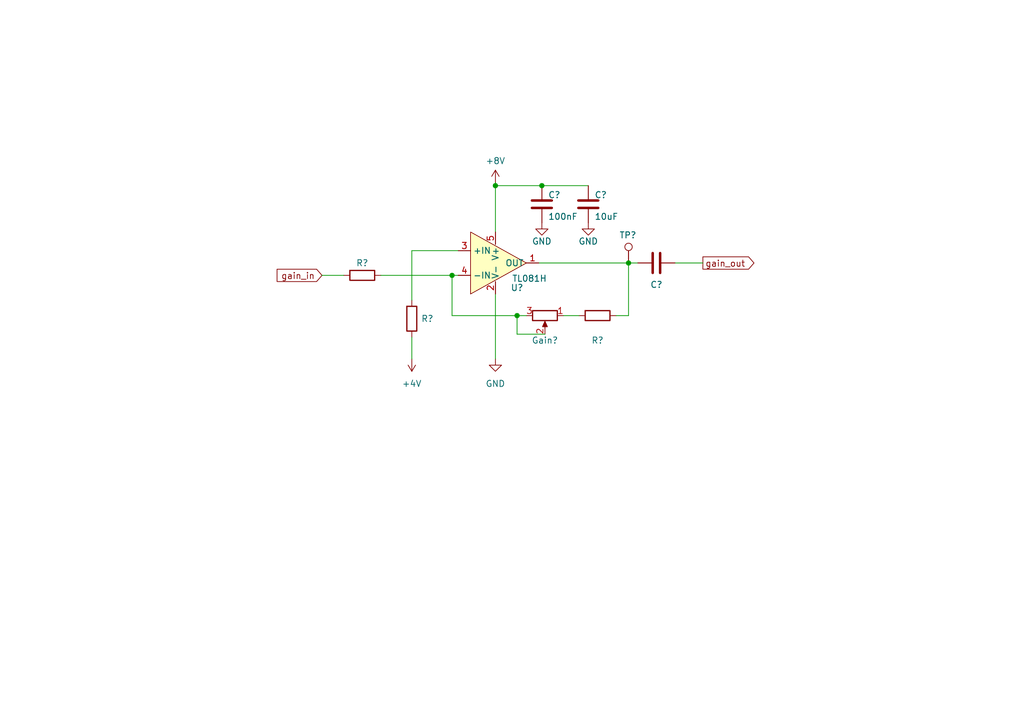
<source format=kicad_sch>
(kicad_sch (version 20211123) (generator eeschema)
  (paper "A5")
  (title_block (title "Gain Stage") (rev "2"))
  (lib_symbols
    (symbol "Amplifier_Operational:TL081H"
      (property "Reference" "U" (at 3.81 -4.445 0))
      (property "Value" "TL081H" (at 0 12.065 0))
      (symbol "TL081H_0_1"
        (polyline (pts (xy 6.35 0) (xy -5.08 -6.35)))
        (polyline (pts (xy -5.08 -6.35) (xy -5.08 6.35) (xy 6.35 0)) (fill (type background)))
      )
      (symbol "TL081H_1_1"
        (pin output line (at 8.89 0 180) (length 2.54) (name "OUT") (number "1"))
        (pin input line (at 0 -6.35 90) (length 2.54) (name "V-") (number "2"))
        (pin input line (at -7.62 2.54 0) (length 2.54) (name "+IN") (number "3"))
        (pin input line (at -7.62 -2.54 0) (length 2.54) (name "-IN") (number "4"))
        (pin input line (at 0 6.35 270) (length 2.54) (name "V+") (number "5"))
      )
    )
    (symbol "Connector:TestPoint" (pin_numbers hide) (pin_names (offset 0.762) hide)
      (property "Reference" "TP" (at 0 6.858 0))
      (property "Value" "TestPoint" (at 0 5.08 0))
      (symbol "TestPoint_0_1"
        (circle (center 0 3.302) (radius 0.762))
      )
      (symbol "TestPoint_1_1"
        (pin passive line (at 0 0 90) (length 2.54) (name "1") (number "1"))
      )
    )
    (symbol "Device:C" (pin_numbers hide) (pin_names (offset 0.254))
      (property "Reference" "C" (at 0.635 2.54 0))
      (property "Value" "C" (at 0.635 -2.54 0))
      (symbol "C_0_1"
        (polyline (pts (xy -2.032 -0.762) (xy 2.032 -0.762)) (stroke (width 0.508)))
        (polyline (pts (xy -2.032 0.762) (xy 2.032 0.762)) (stroke (width 0.508)))
      )
      (symbol "C_1_1"
        (pin passive line (at 0 3.81 270) (length 2.794) (name "~") (number "1"))
        (pin passive line (at 0 -3.81 90) (length 2.794) (name "~") (number "2"))
      )
    )
    (symbol "Device:R" (pin_numbers hide) (pin_names (offset 0))
      (property "Reference" "R" (at 2.032 0 90))
      (property "Value" "R" (at 0 0 90))
      (symbol "R_0_1"
        (rectangle (start -1.016 -2.54) (end 1.016 2.54) (stroke (width 0.254)))
      )
      (symbol "R_1_1"
        (pin passive line (at 0 3.81 270) (length 1.27) (name "~") (number "1"))
        (pin passive line (at 0 -3.81 90) (length 1.27) (name "~") (number "2"))
      )
    )
    (symbol "Device:R_Potentiometer" (pin_names (offset 1.016) hide)
      (property "Reference" "RV" (at -4.445 0 90))
      (property "Value" "R_Potentiometer" (at -2.54 0 90))
      (symbol "R_Potentiometer_0_1"
        (polyline (pts (xy 2.54 0) (xy 1.524 0)))
        (polyline (pts (xy 1.143 0) (xy 2.286 0.508) (xy 2.286 -0.508) (xy 1.143 0)) (fill (type outline)))
        (rectangle (start 1.016 2.54) (end -1.016 -2.54) (stroke (width 0.254)))
      )
      (symbol "R_Potentiometer_1_1"
        (pin passive line (at 0 3.81 270) (length 1.27) (name "1") (number "1"))
        (pin passive line (at 3.81 0 180) (length 1.27) (name "2") (number "2"))
        (pin passive line (at 0 -3.81 90) (length 1.27) (name "3") (number "3"))
      )
    )
    (symbol "power:+4V" (power) (pin_names (offset 0))
      (property "Value" "+4V" (at 0 3.556 0))
      (symbol "+4V_0_1"
        (polyline (pts (xy -0.762 1.27) (xy 0 2.54)))
        (polyline (pts (xy 0 0) (xy 0 2.54)))
        (polyline (pts (xy 0 2.54) (xy 0.762 1.27)))
      )
      (symbol "+4V_1_1"
        (pin power_in line (at 0 0 90) (length 0) hide (name "+4V") (number "1"))
      )
    )
    (symbol "power:+8V" (power) (pin_names (offset 0))
      (property "Value" "+8V" (at 0 3.556 0))
      (symbol "+8V_0_1"
        (polyline (pts (xy -0.762 1.27) (xy 0 2.54)))
        (polyline (pts (xy 0 0) (xy 0 2.54)))
        (polyline (pts (xy 0 2.54) (xy 0.762 1.27)))
      )
      (symbol "+8V_1_1"
        (pin power_in line (at 0 0 90) (length 0) hide (name "+8V") (number "1"))
      )
    )
    (symbol "power:GND" (power) (pin_names (offset 0))
      (property "Value" "GND" (at 0 -3.81 0))
      (symbol "GND_0_1"
        (polyline (pts (xy 0 0) (xy 0 -1.27) (xy 1.27 -1.27) (xy 0 -2.54) (xy -1.27 -1.27) (xy 0 -1.27)))
      )
      (symbol "GND_1_1"
        (pin power_in line (at 0 0 270) (length 0) hide (name "GND") (number "1"))
      )
    )
  )
  (junction (at 92.71 56.515))
  (junction (at 101.6 38.1))
  (junction (at 111.125 38.1))
  (junction (at 106.045 64.77))
  (junction (at 128.905 53.975))
  (wire (pts (xy 111.125 38.1) (xy 120.65 38.1)))
  (wire (pts (xy 84.455 69.215) (xy 84.455 73.66)))
  (wire (pts (xy 92.71 56.515) (xy 93.98 56.515)))
  (wire (pts (xy 138.43 53.975) (xy 144.145 53.975)))
  (wire (pts (xy 101.6 38.1) (xy 111.125 38.1)))
  (wire (pts (xy 84.455 51.435) (xy 93.98 51.435)))
  (wire (pts (xy 126.365 64.77) (xy 128.905 64.77)))
  (wire (pts (xy 101.6 73.66) (xy 101.6 60.325)))
  (wire (pts (xy 101.6 38.1) (xy 101.6 37.465)))
  (wire (pts (xy 66.04 56.515) (xy 70.485 56.515)))
  (wire (pts (xy 92.71 64.77) (xy 92.71 56.515)))
  (wire (pts (xy 107.95 64.77) (xy 106.045 64.77)))
  (wire (pts (xy 128.905 53.975) (xy 110.49 53.975)))
  (wire (pts (xy 84.455 51.435) (xy 84.455 61.595)))
  (wire (pts (xy 78.105 56.515) (xy 92.71 56.515)))
  (wire (pts (xy 128.905 64.77) (xy 128.905 53.975)))
  (wire (pts (xy 106.045 68.58) (xy 106.045 64.77)))
  (wire (pts (xy 115.57 64.77) (xy 118.745 64.77)))
  (wire (pts (xy 106.045 64.77) (xy 92.71 64.77)))
  (wire (pts (xy 111.76 68.58) (xy 106.045 68.58)))
  (wire (pts (xy 101.6 38.1) (xy 101.6 47.625)))
  (wire (pts (xy 128.905 53.975) (xy 130.81 53.975)))
  (global_label "gain_out" (shape output) (at 144.145 53.975 0) (property "Intersheet References" "${INTERSHEET_REFS}" (effects hide)))
  (global_label "gain_in" (shape input) (at 66.04 56.515 180) (property "Intersheet References" "${INTERSHEET_REFS}" (effects hide)))
  (symbol (lib_id "Device:C") (at 111.125 41.91 0) (unit 1)
    (property "Reference" "C?" (at 112.395 40.005 0) (effects (justify left)))
    (property "Value" "100nF" (at 112.395 44.45 0) (effects (justify left)))
    (property "Footprint" "Capacitor_SMD:C_0805_2012Metric_Pad1.18x1.45mm_HandSolder" (effects hide))
  )
  (symbol (lib_id "Device:R") (at 122.555 64.77 270) (unit 1)
    (property "Reference" "R?" (at 122.555 69.85 90))
    (property "Value" "R" (effects hide))
    (property "Footprint" "Resistor_SMD:R_0805_2012Metric_Pad1.20x1.40mm_HandSolder" (effects hide))
  )
  (symbol (lib_id "Device:R_Potentiometer") (at 111.76 64.77 270) (unit 1)
    (property "Reference" "Gain?" (at 111.76 69.85 90))
    (property "Value" "10k" (effects hide))
    (property "Footprint" "effect_pedal:potentiometer_wired_23_connected" (effects hide))
  )
  (symbol (lib_id "Amplifier_Operational:TL081H") (at 101.6 53.975 0) (unit 1)
    (property "Reference" "U?" (at 106.045 59.055 0))
    (property "Value" "TL081H" (at 108.585 57.15 0))
    (property "Footprint" "Package_TO_SOT_SMD:SOT-23-5_HandSoldering" (effects hide))
  )
  (symbol (lib_id "Device:R") (at 74.295 56.515 270) (unit 1)
    (property "Reference" "R?" (at 74.295 53.975 90))
    (property "Value" "R" (effects hide))
    (property "Footprint" "Resistor_SMD:R_0805_2012Metric_Pad1.20x1.40mm_HandSolder" (effects hide))
  )
  (symbol (lib_id "power:GND") (at 101.6 73.66 0) (unit 1)
    (property "Reference" "#PWR?" (effects hide))
    (property "Value" "GND" (at 101.6 78.74 0))
  )
  (symbol (lib_id "Device:C") (at 134.62 53.975 90) (unit 1)
    (property "Reference" "C?" (at 134.62 58.42 90))
    (property "Value" "C" (effects hide))
    (property "Footprint" "Capacitor_SMD:C_0805_2012Metric_Pad1.18x1.45mm_HandSolder" (effects hide))
  )
  (symbol (lib_id "power:GND") (at 111.125 45.72 0) (unit 1)
    (property "Reference" "#PWR?" (effects hide))
    (property "Value" "GND" (at 111.125 49.53 0))
  )
  (symbol (lib_id "power:+4V") (at 84.455 73.66 180) (unit 1)
    (property "Reference" "#PWR?" (effects hide))
    (property "Value" "+4V" (at 84.455 78.74 0))
  )
  (symbol (lib_id "power:+8V") (at 101.6 37.465 0) (unit 1)
    (property "Reference" "#PWR?" (effects hide))
    (property "Value" "+8V" (at 101.6 33.02 0))
  )
  (symbol (lib_id "Connector:TestPoint") (at 128.905 53.975 0) (unit 1)
    (property "Reference" "TP?" (at 127 48.26 0) (effects (justify left)))
    (property "Value" "TestPoint" (effects hide))
    (property "Footprint" "TestPoint:TestPoint_THTPad_1.0x1.0mm_Drill0.5mm" (effects hide))
  )
  (symbol (lib_id "Device:R") (at 84.455 65.405 0) (unit 1)
    (property "Reference" "R?" (at 86.36 65.405 0) (effects (justify left)))
    (property "Value" "R" (effects hide))
    (property "Footprint" "Resistor_SMD:R_0805_2012Metric_Pad1.20x1.40mm_HandSolder" (effects hide))
  )
  (symbol (lib_id "Device:C") (at 120.65 41.91 0) (unit 1)
    (property "Reference" "C?" (at 121.92 40.005 0) (effects (justify left)))
    (property "Value" "10uF" (at 121.92 44.45 0) (effects (justify left)))
    (property "Footprint" "Capacitor_SMD:C_0805_2012Metric_Pad1.18x1.45mm_HandSolder" (effects hide))
  )
  (symbol (lib_id "power:GND") (at 120.65 45.72 0) (unit 1)
    (property "Reference" "#PWR?" (effects hide))
    (property "Value" "GND" (at 120.65 49.53 0))
  )
)
</source>
